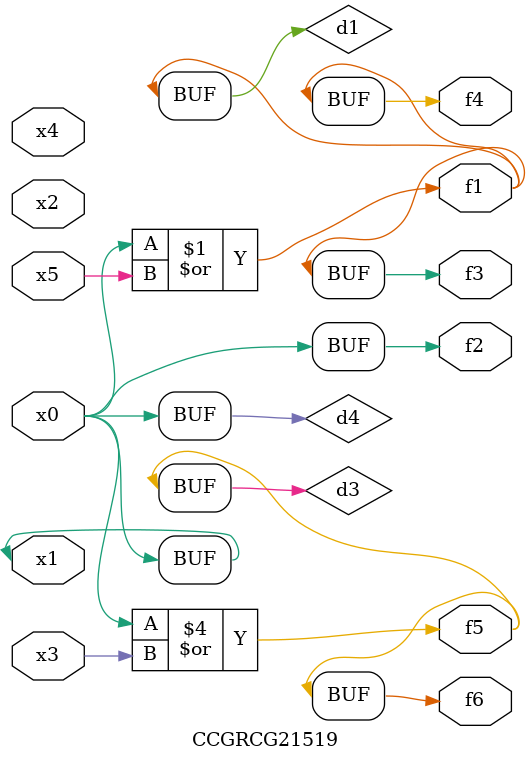
<source format=v>
module CCGRCG21519(
	input x0, x1, x2, x3, x4, x5,
	output f1, f2, f3, f4, f5, f6
);

	wire d1, d2, d3, d4;

	or (d1, x0, x5);
	xnor (d2, x1, x4);
	or (d3, x0, x3);
	buf (d4, x0, x1);
	assign f1 = d1;
	assign f2 = d4;
	assign f3 = d1;
	assign f4 = d1;
	assign f5 = d3;
	assign f6 = d3;
endmodule

</source>
